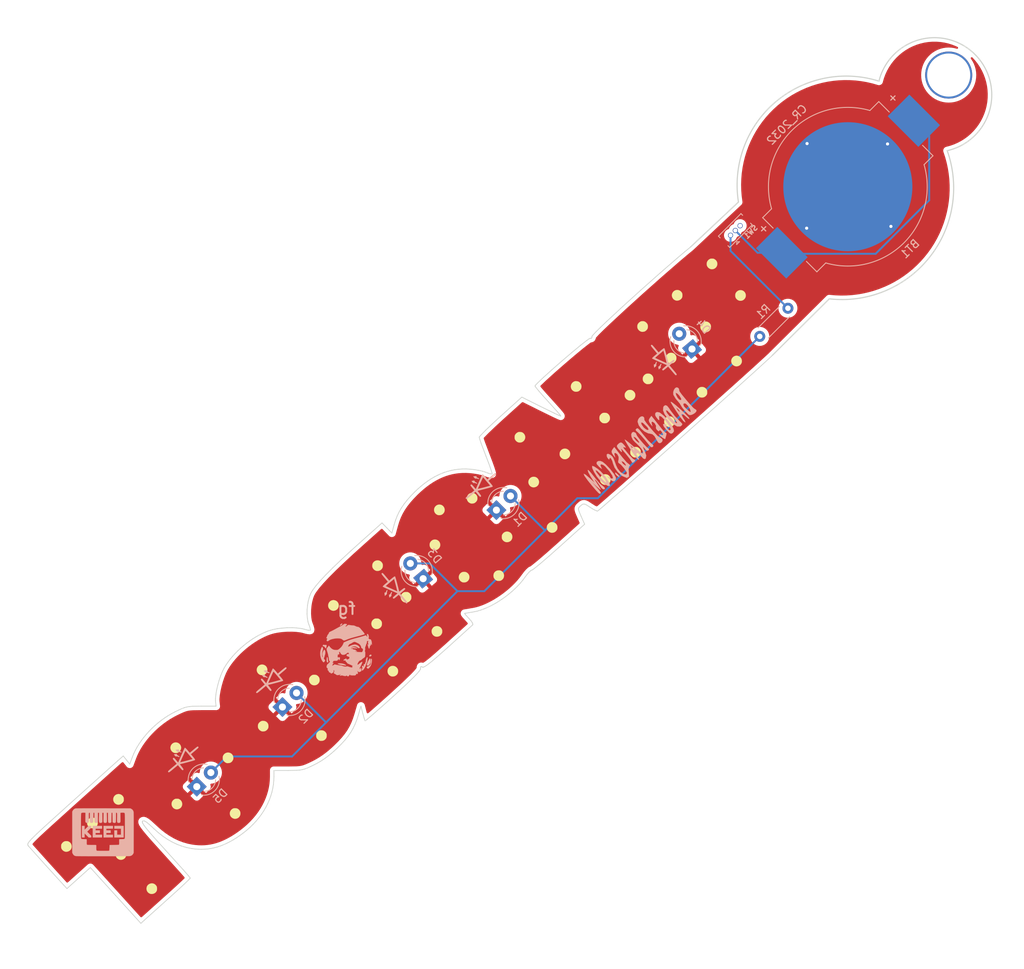
<source format=kicad_pcb>
(kicad_pcb (version 20211014) (generator pcbnew)
  (title_block (title "Toor Camp - Learn to Solder ToorCampSign") (date "2022-06-28") (rev "1.0") (company "BadgePirates"))
  (layers (0 "F.Cu" signal) (31 "B.Cu" signal) (34 "B.Paste" user) (35 "F.Paste" user) (36 "B.SilkS" user "B.Silkscreen") (37 "F.SilkS" user "F.Silkscreen") (38 "B.Mask" user) (39 "F.Mask" user) (44 "Edge.Cuts" user))
  (net 0 "")
  (net 1 "Net-(BT1-Pad1)")
  (net 2 "GND")
  (net 3 "VCC")
  (net 4 "Net-(R1-Pad1)")
  (footprint "BadgePiratesLogo:BadgePiratesURL_B.SLK" (layer "F.Cu") (at 164.35378 115.681341 40)
    (fp_text reference "G***" hide)
    (fp_text value "LOGO" hide)
  )
  (footprint "BadgePiratesLogo:LED_Schematic_B.SLK" (layer "F.Cu") (at 166.703801 104.795186 130)
    (fp_text reference "G***" hide)
    (fp_text value "LOGO" hide)
  )
  (footprint "BadgePirates:Hole_5.5mm" (layer "F.Cu") (at 203.2762 68.2752)
    (fp_text reference "REF**" hide)
    (fp_text value "5.5mm")
  )
  (footprint "LOGO" (layer "F.Cu") (at 132.38595 131.367475)
    (fp_text reference "G***" hide)
    (fp_text value "LOGO" hide)
  )
  (footprint "BadgePiratesLogo:FG_B.SILK" (layer "F.Cu") (at 126.492 141.4018)
    (fp_text reference "G***" hide)
    (fp_text value "fg")
  )
  (footprint "BadgePiratesLogo:LED_Schematic_B.SLK" (layer "F.Cu") (at 116.743615 145.215401 40)
    (fp_text reference "G***" hide)
    (fp_text value "LOGO" hide)
  )
  (footprint "BadgePiratesLogo:BPSkull_Distressed_F.CU" (layer "F.Cu") (at 190.373 82.4992 -40)
    (fp_text reference "G***" hide)
    (fp_text value "BP LOGO" hide)
  )
  (footprint "BadgePiratesLogo:NG_B.SLK" (layer "F.Cu") (at 95.3516 164.6428)
    (fp_text reference "G***" hide)
    (fp_text value "NG_BSilk" hide)
  )
  (footprint "LOGO" (layer "F.Cu") (at 132.38595 131.367475)
    (fp_text reference "G***" hide)
    (fp_text value "LOGO" hide)
  )
  (footprint "LOGO" (layer "F.Cu") (at 132.38595 131.367475)
    (fp_text reference "G***" hide)
    (fp_text value "LOGO" hide)
  )
  (footprint "LOGO" (layer "F.Cu") (at 132.38595 131.367475)
    (fp_text reference "G***" hide)
    (fp_text value "LOGO" hide)
  )
  (footprint "BadgePiratesLogo:LED_Schematic_B.SLK" (layer "F.Cu") (at 132.363001 133.903586 130)
    (fp_text reference "G***" hide)
    (fp_text value "LOGO" hide)
  )
  (footprint "BadgePiratesLogo:LED_Schematic_B.SLK" (layer "F.Cu") (at 105.516815 155.324601 40)
    (fp_text reference "G***" hide)
    (fp_text value "LOGO" hide)
  )
  (footprint "LOGO" (layer "F.Cu") (at 132.38595 131.367475)
    (fp_text reference "G***" hide)
    (fp_text value "LOGO" hide)
  )
  (footprint "BadgePiratesLogo:LED_Schematic_B.SLK" (layer "F.Cu") (at 143.464415 120.450401 40)
    (fp_text reference "G***" hide)
    (fp_text value "LOGO" hide)
  )
  (footprint "LOGO" (layer "F.Cu") (at 132.38595 131.367475)
    (fp_text reference "G***" hide)
    (fp_text value "LOGO" hide)
  )
  (footprint "BadgePirates:BatteryHolder_MPD_BC2003_1x2032_Fixed" (layer "B.Cu") (at 190.41625 82.517575 45)
    (fp_text reference "BT1")
    (fp_text value "Battery_Cell")
  )
  (footprint "Resistor_THT:R_Axial_DIN0204_L3.6mm_D1.6mm_P5.08mm_Horizontal" (layer "B.Cu") (at 182.7784 98.0186 -135)
    (fp_text reference "R1")
    (fp_text value "R_US")
  )
  (footprint "LED_THT:LED_D3.0mm" (layer "B.Cu") (at 118.33105 148.887775 45)
    (fp_text reference "D2")
    (fp_text value "LED")
  )
  (footprint "LED_THT:LED_D3.0mm" (layer "B.Cu") (at 107.40905 159.047775 45)
    (fp_text reference "D5")
    (fp_text value "LED")
  )
  (footprint "LED_THT:LED_D3.0mm" (layer "B.Cu") (at 170.55345 103.218575 130)
    (fp_text reference "D4")
    (fp_text value "LED")
  )
  (footprint "LED_THT:LED_D3.0mm" (layer "B.Cu") (at 145.61065 123.767175 45)
    (fp_text reference "D1")
    (fp_text value "LED")
  )
  (footprint "LED_THT:LED_D3.0mm" (layer "B.Cu") (at 136.270204 132.516282 130)
    (fp_text reference "D3")
    (fp_text value "LED")
  )
  (footprint "BadgePirates:SW_Slide_1P2T_CK_TH" (layer "B.Cu") (at 175.35405 88.892975 45)
    (fp_text reference "SW1")
    (fp_text value "SW_SPDT")
  )
  (gr_line (start 85.85952 166.438275) (end 85.87201 166.347275) (layer "Edge.Cuts") (width 0.1))
  (gr_line (start 101.36515 164.840275) (end 101.89895 165.454675) (layer "Edge.Cuts") (width 0.1))
  (gr_line (start 106.50275 148.824175) (end 106.89725 148.793975) (layer "Edge.Cuts") (width 0.1))
  (gr_line (start 168.68515 114.937675) (end 161.67425 121.153075) (layer "Edge.Cuts") (width 0.1))
  (gr_line (start 115.94645 162.136775) (end 115.65025 162.583275) (layer "Edge.Cuts") (width 0.1))
  (gr_line (start 98.86355 156.165775) (end 99.19705 155.268275) (layer "Edge.Cuts") (width 0.1))
  (gr_line (start 149.52615 131.967675) (end 149.27745 132.300375) (layer "Edge.Cuts") (width 0.1))
  (gr_line (start 144.96885 119.163975) (end 145.02675 119.165675) (layer "Edge.Cuts") (width 0.1))
  (gr_line (start 116.45135 161.213575) (end 116.21365 161.679975) (layer "Edge.Cuts") (width 0.1))
  (gr_line (start 97.06085 172.925075) (end 97.06085 172.925075) (layer "Edge.Cuts") (width 0.1))
  (gr_line (start 101.34045 163.853175) (end 101.10845 163.660075) (layer "Edge.Cuts") (width 0.1))
  (gr_line (start 151.56795 109.208775) (end 151.02915 108.588275) (layer "Edge.Cuts") (width 0.1))
  (gr_line (start 180.79605 104.026375) (end 180.69085 104.136875) (layer "Edge.Cuts") (width 0.1))
  (gr_line (start 109.93995 146.729475) (end 110.07915 146.119575) (layer "Edge.Cuts") (width 0.1))
  (gr_line (start 143.47595 114.384075) (end 143.63475 114.199275) (layer "Edge.Cuts") (width 0.1))
  (gr_line (start 153.81485 111.778375) (end 153.80345 111.740775) (layer "Edge.Cuts") (width 0.1))
  (gr_line (start 145.02675 119.165675) (end 145.05835 119.154775) (layer "Edge.Cuts") (width 0.1))
  (gr_line (start 121.90515 156.487375) (end 121.51735 156.662175) (layer "Edge.Cuts") (width 0.1))
  (gr_line (start 109.86805 148.778775) (end 109.80405 148.219575) (layer "Edge.Cuts") (width 0.1))
  (gr_line (start 99.37045 154.843175) (end 99.57355 154.418775) (layer "Edge.Cuts") (width 0.1))
  (gr_line (start 150.83535 107.578475) (end 151.60605 106.842475) (layer "Edge.Cuts") (width 0.1))
  (gr_line (start 122.75175 156.063875) (end 122.37705 156.258175) (layer "Edge.Cuts") (width 0.1))
  (gr_line (start 121.80255 139.105875) (end 121.88595 139.088775) (layer "Edge.Cuts") (width 0.1))
  (gr_line (start 135.89005 144.134175) (end 135.73265 144.356175) (layer "Edge.Cuts") (width 0.1))
  (gr_line (start 144.28185 116.884975) (end 143.67355 115.276675) (layer "Edge.Cuts") (width 0.1))
  (gr_line (start 101.69535 151.608175) (end 102.07905 151.249975) (layer "Edge.Cuts") (width 0.1))
  (gr_line (start 86.16832 165.909675) (end 86.37794 165.683675) (layer "Edge.Cuts") (width 0.1))
  (gr_line (start 100.65215 152.761375) (end 100.98025 152.365575) (layer "Edge.Cuts") (width 0.1))
  (gr_line (start 111.97355 142.423475) (end 112.29615 142.068075) (layer "Edge.Cuts") (width 0.1))
  (gr_line (start 170.36555 90.205655) (end 176.47165 84.473375) (layer "Edge.Cuts") (width 0.15))
  (gr_line (start 109.79485 147.809275) (end 109.84265 147.302675) (layer "Edge.Cuts") (width 0.1))
  (gr_line (start 137.02295 143.347375) (end 136.68845 143.594075) (layer "Edge.Cuts") (width 0.1))
  (gr_line (start 128.95725 150.595175) (end 128.87255 150.646675) (layer "Edge.Cuts") (width 0.1))
  (gr_line (start 141.74085 118.519175) (end 142.21725 118.541975) (layer "Edge.Cuts") (width 0.1))
  (gr_line (start 116.98225 159.767275) (end 116.83615 160.256375) (layer "Edge.Cuts") (width 0.1))
  (gr_line (start 139.89625 118.696975) (end 140.34895 118.611975) (layer "Edge.Cuts") (width 0.1))
  (gr_line (start 156.17255 123.996475) (end 156.41425 124.564275) (layer "Edge.Cuts") (width 0.1))
  (gr_line (start 110.67205 144.367475) (end 110.90275 143.908575) (layer "Edge.Cuts") (width 0.1))
  (gr_line (start 144.50905 136.168275) (end 144.06205 136.359175) (layer "Edge.Cuts") (width 0.1))
  (gr_line (start 99.19705 155.268275) (end 99.37045 154.843175) (layer "Edge.Cuts") (width 0.1))
  (gr_line (start 161.69395 97.818975) (end 164.04275 95.690175) (layer "Edge.Cuts") (width 0.1))
  (gr_line (start 150.53795 107.932875) (end 150.61795 107.811675) (layer "Edge.Cuts") (width 0.1))
  (gr_line (start 121.92925 134.425975) (end 122.03975 134.215275) (layer "Edge.Cuts") (width 0.1))
  (gr_line (start 151.22625 130.580675) (end 150.45145 131.211775) (layer "Edge.Cuts") (width 0.1))
  (gr_arc (start 176.47165 84.473375) (mid 181.128894 71.770033) (end 194.383027 69.051067) (layer "Edge.Cuts") (width 0.15))
  (gr_line (start 127.32985 151.627175) (end 127.03385 152.134175) (layer "Edge.Cuts") (width 0.1))
  (gr_line (start 107.20245 166.999175) (end 106.78125 166.944875) (layer "Edge.Cuts") (width 0.1))
  (gr_line (start 111.23655 166.270875) (end 110.83565 166.451375) (layer "Edge.Cuts") (width 0.1))
  (gr_line (start 156.19655 123.359575) (end 156.12455 123.450175) (layer "Edge.Cuts") (width 0.1))
  (gr_line (start 150.45145 131.211775) (end 150.21695 131.383575) (layer "Edge.Cuts") (width 0.1))
  (gr_line (start 153.59815 128.506175) (end 152.31335 129.646775) (layer "Edge.Cuts") (width 0.1))
  (gr_line (start 114.13975 140.468575) (end 114.54075 140.195775) (layer "Edge.Cuts") (width 0.1))
  (gr_line (start 108.83885 166.990075) (end 108.43545 167.026775) (layer "Edge.Cuts") (width 0.1))
  (gr_line (start 157.90555 101.455375) (end 158.28735 101.044275) (layer "Edge.Cuts") (width 0.1))
  (gr_arc (start 203.09085 77.920175) (mid 200.815621 91.540961) (end 188.05405 96.817775) (layer "Edge.Cuts") (width 0.15))
  (gr_line (start 103.92485 173.205475) (end 100.77105 176.036175) (layer "Edge.Cuts") (width 0.1))
  (gr_line (start 114.18585 164.246675) (end 113.75245 164.627175) (layer "Edge.Cuts") (width 0.1))
  (gr_line (start 142.56945 138.423475) (end 139.40085 141.294175) (layer "Edge.Cuts") (width 0.1))
  (gr_line (start 100.98025 152.365575) (end 101.32845 151.980575) (layer "Edge.Cuts") (width 0.1))
  (gr_line (start 125.81975 153.632475) (end 125.27785 154.168575) (layer "Edge.Cuts") (width 0.1))
  (gr_line (start 101.10845 163.660075) (end 100.92055 163.523275) (layer "Edge.Cuts") (width 0.1))
  (gr_line (start 121.51735 156.662175) (end 121.18005 156.789975) (layer "Edge.Cuts") (width 0.1))
  (gr_line (start 124.19105 155.113375) (end 123.83515 155.380575) (layer "Edge.Cuts") (width 0.1))
  (gr_line (start 153.02025 111.422675) (end 153.57825 111.682875) (layer "Edge.Cuts") (width 0.1))
  (gr_line (start 109.23985 166.929975) (end 108.83885 166.990075) (layer "Edge.Cuts") (width 0.1))
  (gr_line (start 156.85985 125.568875) (end 153.59815 128.506175) (layer "Edge.Cuts") (width 0.1))
  (gr_line (start 103.41835 167.139175) (end 105.64705 169.608775) (layer "Edge.Cuts") (width 0.1))
  (gr_line (start 123.16565 132.764475) (end 123.89295 131.989475) (layer "Edge.Cuts") (width 0.1))
  (gr_line (start 117.09685 159.272575) (end 116.98225 159.767275) (layer "Edge.Cuts") (width 0.1))
  (gr_line (start 147.57515 134.163075) (end 147.16645 134.505775) (layer "Edge.Cuts") (width 0.1))
  (gr_line (start 117.22925 158.269675) (end 117.17935 158.772975) (layer "Edge.Cuts") (width 0.1))
  (gr_line (start 122.18775 133.978675) (end 122.59855 133.426275) (layer "Edge.Cuts") (width 0.1))
  (gr_line (start 87.00767 165.065275) (end 87.9672 164.174275) (layer "Edge.Cuts") (width 0.1))
  (gr_line (start 143.63475 114.199275) (end 144.21795 113.602475) (layer "Edge.Cuts") (width 0.1))
  (gr_line (start 111.39025 143.156675) (end 111.67095 142.786875) (layer "Edge.Cuts") (width 0.1))
  (gr_line (start 158.50275 123.894375) (end 158.36095 123.857575) (layer "Edge.Cuts") (width 0.1))
  (gr_line (start 134.23455 122.486575) (end 134.68115 121.980075) (layer "Edge.Cuts") (width 0.1))
  (gr_line (start 93.84025 169.368175) (end 92.35032 170.707375) (layer "Edge.Cuts") (width 0.1))
  (gr_line (start 150.57015 108.002975) (end 150.53795 107.932875) (layer "Edge.Cuts") (width 0.1))
  (gr_line (start 132.44015 147.546875) (end 131.07525 148.770675) (layer "Edge.Cuts") (width 0.1))
  (gr_line (start 141.56705 136.955675) (end 141.58625 136.993875) (layer "Edge.Cuts") (width 0.1))
  (gr_line (start 150.04475 131.461075) (end 149.96635 131.511175) (layer "Edge.Cuts") (width 0.1))
  (gr_line (start 145.86245 135.434675) (end 145.41245 135.703875) (layer "Edge.Cuts") (width 0.1))
  (gr_line (start 100.69085 163.993975) (end 100.96635 164.358275) (layer "Edge.Cuts") (width 0.1))
  (gr_line (start 123.11795 155.853975) (end 122.75175 156.063875) (layer "Edge.Cuts") (width 0.1))
  (gr_line (start 180.69085 104.136875) (end 178.99885 105.691775) (layer "Edge.Cuts") (width 0.1))
  (gr_line (start 92.35032 170.707375) (end 90.86036 172.046475) (layer "Edge.Cuts") (width 0.1))
  (gr_line (start 136.68845 143.594075) (end 136.44125 143.747175) (layer "Edge.Cuts") (width 0.1))
  (gr_line (start 136.17575 143.798275) (end 136.06605 143.728575) (layer "Edge.Cuts") (width 0.1))
  (gr_line (start 157.80875 101.580375) (end 157.90555 101.455375) (layer "Edge.Cuts") (width 0.1))
  (gr_line (start 121.75705 134.873875) (end 121.83835 134.641575) (layer "Edge.Cuts") (width 0.1))
  (gr_line (start 143.36085 118.699875) (end 143.87285 118.816275) (layer "Edge.Cuts") (width 0.1))
  (gr_line (start 110.90275 143.908575) (end 111.13355 143.531075) (layer "Edge.Cuts") (width 0.1))
  (gr_line (start 136.01645 120.703875) (end 136.43395 120.368975) (layer "Edge.Cuts") (width 0.1))
  (gr_line (start 158.28735 101.044275) (end 158.89155 100.444275) (layer "Edge.Cuts") (width 0.1))
  (gr_line (start 118.92105 138.775675) (end 119.54915 138.768875) (layer "Edge.Cuts") (width 0.1))
  (gr_line (start 156.12455 123.450175) (end 156.08505 123.545975) (layer "Edge.Cuts") (width 0.1))
  (gr_line (start 164.04275 95.690175) (end 166.45455 93.546875) (layer "Edge.Cuts") (width 0.1))
  (gr_line (start 124.54845 154.823575) (end 124.19105 155.113375) (layer "Edge.Cuts") (width 0.1))
  (gr_line (start 156.08505 123.545975) (end 156.07915 123.660175) (layer "Edge.Cuts") (width 0.1))
  (gr_line (start 110.03785 166.738875) (end 109.63925 166.846375) (layer "Edge.Cuts") (width 0.1))
  (gr_line (start 142.59815 138.372975) (end 142.56945 138.423475) (layer "Edge.Cuts") (width 0.1))
  (gr_line (start 85.91975 166.584175) (end 85.87789 166.514775) (layer "Edge.Cuts") (width 0.1))
  (gr_line (start 142.77855 136.739575) (end 141.57335 136.942375) (layer "Edge.Cuts") (width 0.1))
  (gr_line (start 143.48845 114.736875) (end 143.42055 114.478575) (layer "Edge.Cuts") (width 0.1))
  (gr_line (start 142.21725 118.541975) (end 142.78665 118.604075) (layer "Edge.Cuts") (width 0.1))
  (gr_line (start 153.80345 111.740775) (end 153.72575 111.633075) (layer "Edge.Cuts") (width 0.1))
  (gr_line (start 121.47075 137.014475) (end 121.47955 136.469375) (layer "Edge.Cuts") (width 0.1))
  (gr_line (start 116.83615 160.256375) (end 116.65895 160.738775) (layer "Edge.Cuts") (width 0.1))
  (gr_line (start 112.99335 141.387775) (end 113.36405 141.066275) (layer "Edge.Cuts") (width 0.1))
  (gr_line (start 134.68115 121.980075) (end 135.18815 121.458975) (layer "Edge.Cuts") (width 0.1))
  (gr_line (start 121.80515 138.637075) (end 121.71135 138.392975) (layer "Edge.Cuts") (width 0.1))
  (gr_line (start 102.47815 150.907775) (end 102.89105 150.583175) (layer "Edge.Cuts") (width 0.1))
  (gr_line (start 176.15195 108.261275) (end 168.68515 114.937675) (layer "Edge.Cuts") (width 0.1))
  (gr_line (start 151.02915 108.588275) (end 150.66735 108.141075) (layer "Edge.Cuts") (width 0.1))
  (gr_line (start 156.68315 122.998375) (end 156.56885 123.045975) (layer "Edge.Cuts") (width 0.1))
  (gr_line (start 101.96085 164.424675) (end 101.34045 163.853175) (layer "Edge.Cuts") (width 0.1))
  (gr_line (start 105.50365 149.093275) (end 105.84035 148.966375) (layer "Edge.Cuts") (width 0.1))
  (gr_line (start 100.92055 163.523275) (end 100.77065 163.438875) (layer "Edge.Cuts") (width 0.1))
  (gr_line (start 121.58545 137.997475) (end 121.50565 137.530875) (layer "Edge.Cuts") (width 0.1))
  (gr_line (start 178.99885 105.691775) (end 176.15195 108.261275) (layer "Edge.Cuts") (width 0.1))
  (gr_line (start 123.89295 131.989475) (end 124.78445 131.096975) (layer "Edge.Cuts") (width 0.1))
  (gr_line (start 108.43545 167.026775) (end 108.02875 167.040375) (layer "Edge.Cuts") (width 0.1))
  (gr_line (start 156.41425 124.564275) (end 156.85985 125.568875) (layer "Edge.Cuts") (width 0.1))
  (gr_line (start 98.44945 155.647975) (end 98.86355 156.165775) (layer "Edge.Cuts") (width 0.1))
  (gr_line (start 125.84405 130.083075) (end 127.07575 128.943675) (layer "Edge.Cuts") (width 0.1))
  (gr_line (start 106.78125 166.944875) (end 106.13995 166.817975) (layer "Edge.Cuts") (width 0.1))
  (gr_line (start 121.88595 139.088775) (end 121.89825 139.007875) (layer "Edge.Cuts") (width 0.1))
  (gr_line (start 115.32555 163.018475) (end 114.97295 163.441375) (layer "Edge.Cuts") (width 0.1))
  (gr_line (start 141.58625 136.993875) (end 141.69215 137.134075) (layer "Edge.Cuts") (width 0.1))
  (gr_line (start 99.80485 153.996675) (end 100.06285 153.578575) (layer "Edge.Cuts") (width 0.1))
  (gr_line (start 108.02875 167.040375) (end 107.61795 167.031075) (layer "Edge.Cuts") (width 0.1))
  (gr_line (start 104.88745 166.401275) (end 104.27755 166.112175) (layer "Edge.Cuts") (width 0.1))
  (gr_line (start 103.67925 165.769575) (end 103.09335 165.373975) (layer "Edge.Cuts") (width 0.1))
  (gr_line (start 157.58945 123.428375) (end 157.10625 123.115675) (layer "Edge.Cuts") (width 0.1))
  (gr_line (start 149.27745 132.300375) (end 148.99315 132.685475) (layer "Edge.Cuts") (width 0.1))
  (gr_line (start 104.64745 149.495475) (end 105.11755 149.267175) (layer "Edge.Cuts") (width 0.1))
  (gr_line (start 134.00065 146.113275) (end 132.44015 147.546875) (layer "Edge.Cuts") (width 0.1))
  (gr_line (start 157.78045 101.646475) (end 157.80875 101.580375) (layer "Edge.Cuts") (width 0.1))
  (gr_line (start 118.28765 138.818875) (end 118.92105 138.775675) (layer "Edge.Cuts") (width 0.1))
  (gr_line (start 123.83515 155.380575) (end 123.47825 155.626875) (layer "Edge.Cuts") (width 0.1))
  (gr_line (start 142.11215 137.595175) (end 142.36755 137.882075) (layer "Edge.Cuts") (width 0.1))
  (gr_line (start 112.87215 165.298575) (end 112.45685 165.579675) (layer "Edge.Cuts") (width 0.1))
  (gr_line (start 132.28205 126.696375) (end 132.58235 125.602675) (layer "Edge.Cuts") (width 0.1))
  (gr_line (start 106.52695 170.776075) (end 106.37285 170.937475) (layer "Edge.Cuts") (width 0.1))
  (gr_line (start 137.98725 142.546875) (end 137.45305 143.000475) (layer "Edge.Cuts") (width 0.1))
  (gr_line (start 158.36095 123.857575) (end 158.14145 123.757475) (layer "Edge.Cuts") (width 0.1))
  (gr_line (start 116.59875 139.157375) (end 117.10225 139.010675) (layer "Edge.Cuts") (width 0.1))
  (gr_line (start 97.06085 172.925075) (end 93.84025 169.368175) (layer "Edge.Cuts") (width 0.1))
  (gr_line (start 135.97025 143.768575) (end 135.95415 143.822475) (layer "Edge.Cuts") (width 0.1))
  (gr_line (start 110.43635 166.607275) (end 110.03785 166.738875) (layer "Edge.Cuts") (width 0.1))
  (gr_line (start 121.53105 135.916775) (end 121.62395 135.377875) (layer "Edge.Cuts") (width 0.1))
  (gr_line (start 157.74325 101.828275) (end 157.78315 101.753475) (layer "Edge.Cuts") (width 0.1))
  (gr_line (start 156.29975 123.261075) (end 156.19655 123.359575) (layer "Edge.Cuts") (width 0.1))
  (gr_line (start 86.01904 166.090575) (end 86.16832 165.909675) (layer "Edge.Cuts") (width 0.1))
  (gr_line (start 156.93835 123.031475) (end 156.80185 122.992875) (layer "Edge.Cuts") (width 0.1))
  (gr_line (start 145.41245 135.703875) (end 144.96025 135.949175) (layer "Edge.Cuts") (width 0.1))
  (gr_line (start 135.46735 144.662675) (end 135.09175 145.056075) (layer "Edge.Cuts") (width 0.1))
  (gr_line (start 111.13355 143.531075) (end 111.39025 143.156675) (layer "Edge.Cuts") (width 0.1))
  (gr_line (start 85.92272 166.233875) (end 86.01904 166.090575) (layer "Edge.Cuts") (width 0.1))
  (gr_line (start 102.52035 164.925575) (end 101.96085 164.424675) (layer "Edge.Cuts") (width 0.1))
  (gr_line (start 106.16195 148.879175) (end 106.50275 148.824175) (layer "Edge.Cuts") (width 0.1))
  (gr_line (start 132.75695 125.039975) (end 132.96615 124.503675) (layer "Edge.Cuts") (width 0.1))
  (gr_line (start 85.87201 166.347275) (end 85.92272 166.233875) (layer "Edge.Cuts") (width 0.1))
  (gr_line (start 120.69275 138.868375) (end 120.93745 138.917575) (layer "Edge.Cuts") (width 0.1))
  (gr_line (start 90.86036 172.046475) (end 90.43906 171.596575) (layer "Edge.Cuts") (width 0.1))
  (gr_line (start 141.27095 118.523275) (end 141.74085 118.519175) (layer "Edge.Cuts") (width 0.1))
  (gr_line (start 156.07915 123.660175) (end 156.10795 123.805975) (layer "Edge.Cuts") (width 0.1))
  (gr_line (start 104.95845 172.270275) (end 103.92485 173.205475) (layer "Edge.Cuts") (width 0.1))
  (gr_line (start 132.58235 125.602675) (end 132.75695 125.039975) (layer "Edge.Cuts") (width 0.1))
  (gr_arc (start 194.383027 69.051067) (mid 206.676051 65.690882) (end 203.09085 77.920175) (layer "Edge.Cuts") (width 0.15))
  (gr_line (start 157.55515 101.863175) (end 157.66565 101.866375) (layer "Edge.Cuts") (width 0.1))
  (gr_line (start 114.94795 139.942475) (end 115.35935 139.710275) (layer "Edge.Cuts") (width 0.1))
  (gr_line (start 110.83565 166.451375) (end 110.43635 166.607275) (layer "Edge.Cuts") (width 0.1))
  (gr_line (start 149.76485 131.695275) (end 149.52615 131.967675) (layer "Edge.Cuts") (width 0.1))
  (gr_line (start 124.90985 154.509175) (end 124.54845 154.823575) (layer "Edge.Cuts") (width 0.1))
  (gr_line (start 106.32715 170.386675) (end 106.57955 170.704075) (layer "Edge.Cuts") (width 0.1))
  (gr_line (start 87.9672 164.174275) (end 91.11146 161.330075) (layer "Edge.Cuts") (width 0.1))
  (gr_line (start 133.21415 123.987075) (end 133.50535 123.483275) (layer "Edge.Cuts") (width 0.1))
  (gr_line (start 121.63785 139.090475) (end 121.80255 139.105875) (layer "Edge.Cuts") (width 0.1))
  (gr_line (start 156.44555 123.134175) (end 156.29975 123.261075) (layer "Edge.Cuts") (width 0.1))
  (gr_line (start 113.29305 164.991675) (end 112.87215 165.298575) (layer "Edge.Cuts") (width 0.1))
  (gr_line (start 150.66735 108.141075) (end 150.57015 108.002975) (layer "Edge.Cuts") (width 0.1))
  (gr_line (start 138.13395 119.310875) (end 138.56785 119.116075) (layer "Edge.Cuts") (width 0.1))
  (gr_line (start 149.96635 131.511175) (end 149.76485 131.695275) (layer "Edge.Cuts") (width 0.1))
  (gr_line (start 156.10795 123.805975) (end 156.17255 123.996475) (layer "Edge.Cuts") (width 0.1))
  (gr_line (start 153.72575 111.633075) (end 153.39695 111.237375) (layer "Edge.Cuts") (width 0.1))
  (gr_line (start 121.41555 139.046175) (end 121.63785 139.090475) (layer "Edge.Cuts") (width 0.1))
  (gr_line (start 121.62395 135.377875) (end 121.75705 134.873875) (layer "Edge.Cuts") (width 0.1))
  (gr_line (start 152.31335 129.646775) (end 151.22625 130.580675) (layer "Edge.Cuts") (width 0.1))
  (gr_line (start 143.87285 118.816275) (end 144.25575 118.940275) (layer "Edge.Cuts") (width 0.1))
  (gr_line (start 133.50535 123.483275) (end 133.84405 122.985375) (layer "Edge.Cuts") (width 0.1))
  (gr_line (start 144.54115 119.049675) (end 144.78765 119.126575) (layer "Edge.Cuts") (width 0.1))
  (gr_line (start 121.71135 138.392975) (end 121.64255 138.205375) (layer "Edge.Cuts") (width 0.1))
  (gr_line (start 114.54075 140.195775) (end 114.94795 139.942475) (layer "Edge.Cuts") (width 0.1))
  (gr_line (start 127.58555 151.094275) (end 127.32985 151.627175) (layer "Edge.Cuts") (width 0.1))
  (gr_line (start 106.57955 170.704075) (end 106.52695 170.776075) (layer "Edge.Cuts") (width 0.1))
  (gr_line (start 115.65025 162.583275) (end 115.32555 163.018475) (layer "Edge.Cuts") (width 0.1))
  (gr_line (start 136.44125 143.747175) (end 136.27315 143.813075) (layer "Edge.Cuts") (width 0.1))
  (gr_line (start 159.39705 123.146275) (end 158.75055 123.699475) (layer "Edge.Cuts") (width 0.1))
  (gr_line (start 127.03385 152.134175) (end 126.68925 152.628575) (layer "Edge.Cuts") (width 0.1))
  (gr_line (start 152.22825 109.936675) (end 151.56795 109.208775) (layer "Edge.Cuts") (width 0.1))
  (gr_line (start 141.57335 136.942375) (end 141.56705 136.955675) (layer "Edge.Cuts") (width 0.1))
  (gr_line (start 135.95415 143.822475) (end 135.94205 143.994375) (layer "Edge.Cuts") (width 0.1))
  (gr_line (start 135.92905 144.054175) (end 135.89005 144.134175) (layer "Edge.Cuts") (width 0.1))
  (gr_line (start 136.02555 143.722175) (end 135.99385 143.735275) (layer "Edge.Cuts") (width 0.1))
  (gr_line (start 128.87255 150.646675) (end 128.82855 150.550075) (layer "Edge.Cuts") (width 0.1))
  (gr_line (start 135.18815 121.458975) (end 135.60125 121.067175) (layer "Edge.Cuts") (width 0.1))
  (gr_line (start 112.04635 165.835375) (end 111.63985 166.065675) (layer "Edge.Cuts") (width 0.1))
  (gr_line (start 109.79185 148.028275) (end 109.79485 147.809275) (layer "Edge.Cuts") (width 0.1))
  (gr_line (start 157.66565 101.866375) (end 157.74325 101.828275) (layer "Edge.Cuts") (width 0.1))
  (gr_line (start 128.75725 150.335675) (end 128.57245 149.679975) (layer "Edge.Cuts") (width 0.1))
  (gr_line (start 110.07915 146.119575) (end 110.25265 145.502775) (layer "Edge.Cuts") (width 0.1))
  (gr_line (start 142.57885 138.221075) (end 142.60105 138.305175) (layer "Edge.Cuts") (width 0.1))
  (gr_line (start 98.03535 155.130175) (end 98.44945 155.647975) (layer "Edge.Cuts") (width 0.1))
  (gr_line (start 101.32845 151.980575) (end 101.69535 151.608175) (layer "Edge.Cuts") (width 0.1))
  (gr_line (start 122.59855 133.426275) (end 123.16565 132.764475) (layer "Edge.Cuts") (width 0.1))
  (gr_line (start 100.52705 163.732575) (end 100.69085 163.993975) (layer "Edge.Cuts") (width 0.1))
  (gr_line (start 114.97295 163.441375) (end 114.59295 163.851075) (layer "Edge.Cuts") (width 0.1))
  (gr_line (start 137.27735 119.783875) (end 137.70385 119.533375) (layer "Edge.Cuts") (width 0.1))
  (gr_line (start 142.36755 137.882075) (end 142.53215 138.121775) (layer "Edge.Cuts") (width 0.1))
  (gr_line (start 100.65245 163.402875) (end 100.56015 163.411375) (layer "Edge.Cuts") (width 0.1))
  (gr_line (start 117.17935 158.772975) (end 117.09685 159.272575) (layer "Edge.Cuts") (width 0.1))
  (gr_line (start 125.27785 154.168575) (end 124.90985 154.509175) (layer "Edge.Cuts") (width 0.1))
  (gr_line (start 102.07905 151.249975) (end 102.47815 150.907775) (layer "Edge.Cuts") (width 0.1))
  (gr_line (start 144.96025 135.949175) (end 144.50905 136.168275) (layer "Edge.Cuts") (width 0.1))
  (gr_line (start 126.28735 153.123475) (end 125.81975 153.632475) (layer "Edge.Cuts") (width 0.1))
  (gr_line (start 100.96635 164.358275) (end 101.36515 164.840275) (layer "Edge.Cuts") (width 0.1))
  (gr_line (start 104.27755 166.112175) (end 103.67925 165.769575) (layer "Edge.Cuts") (width 0.1))
  (gr_line (start 116.21365 161.679975) (end 115.94645 162.136775) (layer "Edge.Cuts") (width 0.1))
  (gr_line (start 152.69625 105.857875) (end 153.95205 104.757775) (layer "Edge.Cuts") (width 0.1))
  (gr_line (start 113.74685 140.759375) (end 114.13975 140.468575) (layer "Edge.Cuts") (width 0.1))
  (gr_line (start 135.60125 121.067175) (end 136.01645 120.703875) (layer "Edge.Cuts") (width 0.1))
  (gr_line (start 144.60955 117.740175) (end 144.28185 116.884975) (layer "Edge.Cuts") (width 0.1))
  (gr_line (start 115.35935 139.710275) (end 115.77285 139.500975) (layer "Edge.Cuts") (width 0.1))
  (gr_line (start 135.99385 143.735275) (end 135.97025 143.768575) (layer "Edge.Cuts") (width 0.1))
  (gr_line (start 97.31095 155.763875) (end 98.03535 155.130175) (layer "Edge.Cuts") (width 0.1))
  (gr_line (start 129.94765 149.763075) (end 129.17435 150.422275) (layer "Edge.Cuts") (width 0.1))
  (gr_line (start 103.75145 149.993775) (end 104.19575 149.732375) (layer "Edge.Cuts") (width 0.1))
  (gr_line (start 133.84405 122.985375) (end 134.23455 122.486575) (layer "Edge.Cuts") (width 0.1))
  (gr_line (start 100.77065 163.438875) (end 100.65245 163.402875) (layer "Edge.Cuts") (width 0.1))
  (gr_line (start 113.36405 141.066275) (end 113.74685 140.759375) (layer "Edge.Cuts") (width 0.1))
  (gr_line (start 85.97773 166.654275) (end 85.91975 166.584175) (layer "Edge.Cuts") (width 0.1))
  (gr_line (start 144.25575 118.940275) (end 144.54115 119.049675) (layer "Edge.Cuts") (width 0.1))
  (gr_line (start 157.17505 102.094875) (end 157.43095 101.918675) (layer "Edge.Cuts") (width 0.1))
  (gr_line (start 157.51065 101.874775) (end 157.55515 101.863175) (layer "Edge.Cuts") (width 0.1))
  (gr_line (start 104.19575 149.732375) (end 104.64745 149.495475) (layer "Edge.Cuts") (width 0.1))
  (gr_line (start 111.67095 142.786875) (end 111.97355 142.423475) (layer "Edge.Cuts") (width 0.1))
  (gr_line (start 157.87435 123.609275) (end 157.58945 123.428375) (layer "Edge.Cuts") (width 0.1))
  (gr_line (start 100.77105 176.036175) (end 100.28135 176.481975) (layer "Edge.Cuts") (width 0.1))
  (gr_line (start 106.13995 166.817975) (end 105.50845 166.636575) (layer "Edge.Cuts") (width 0.1))
  (gr_line (start 158.14145 123.757475) (end 157.87435 123.609275) (layer "Edge.Cuts") (width 0.1))
  (gr_line (start 127.07575 128.943675) (end 128.48345 127.674675) (layer "Edge.Cuts") (width 0.1))
  (gr_line (start 147.96535 133.807475) (end 147.57515 134.163075) (layer "Edge.Cuts") (width 0.1))
  (gr_line (start 111.63985 166.065675) (end 111.23655 166.270875) (layer "Edge.Cuts") (width 0.1))
  (gr_line (start 114.59295 163.851075) (end 114.18585 164.246675) (layer "Edge.Cuts") (width 0.1))
  (gr_line (start 128.48345 127.674675) (end 131.02735 125.405875) (layer "Edge.Cuts") (width 0.1))
  (gr_line (start 128.01035 149.897175) (end 127.80955 150.521975) (layer "Edge.Cuts") (width 0.1))
  (gr_line (start 100.28135 176.481975) (end 97.06085 172.925075) (layer "Edge.Cuts") (width 0.1))
  (gr_line (start 112.29615 142.068075) (end 112.63675 141.722275) (layer "Edge.Cuts") (width 0.1))
  (gr_line (start 112.63675 141.722275) (end 112.99335 141.387775) (layer "Edge.Cuts") (width 0.1))
  (gr_line (start 135.94205 143.994375) (end 135.92905 144.054175) (layer "Edge.Cuts") (width 0.1))
  (gr_line (start 127.80955 150.521975) (end 127.58555 151.094275) (layer "Edge.Cuts") (width 0.1))
  (gr_line (start 159.68365 99.686075) (end 161.69395 97.818975) (layer "Edge.Cuts") (width 0.1))
  (gr_line (start 105.84035 148.966375) (end 106.16195 148.879175) (layer "Edge.Cuts") (width 0.1))
  (gr_line (start 157.78315 101.753475) (end 157.78045 101.646475) (layer "Edge.Cuts") (width 0.1))
  (gr_line (start 124.78445 131.096975) (end 125.84405 130.083075) (layer "Edge.Cuts") (width 0.1))
  (gr_line (start 146.74265 134.833475) (end 146.30695 135.143875) (layer "Edge.Cuts") (width 0.1))
  (gr_line (start 158.75055 123.699475) (end 158.50275 123.894375) (layer "Edge.Cuts") (width 0.1))
  (gr_line (start 140.80705 118.554075) (end 141.27095 118.523275) (layer "Edge.Cuts") (width 0.1))
  (gr_line (start 117.67325 138.897475) (end 118.28765 138.818875) (layer "Edge.Cuts") (width 0.1))
  (gr_line (start 122.37705 156.258175) (end 121.90515 156.487375) (layer "Edge.Cuts") (width 0.1))
  (gr_line (start 132.96615 124.503675) (end 133.21415 123.987075) (layer "Edge.Cuts") (width 0.1))
  (gr_line (start 109.80405 148.219575) (end 109.79185 148.028275) (layer "Edge.Cuts") (width 0.1))
  (gr_line (start 100.56015 163.411375) (end 100.48745 163.460275) (layer "Edge.Cuts") (width 0.1))
  (gr_line (start 91.11146 161.330075) (end 97.31095 155.763875) (layer "Edge.Cuts") (width 0.1))
  (gr_line (start 142.53215 138.121775) (end 142.57885 138.221075) (layer "Edge.Cuts") (width 0.1))
  (gr_line (start 110.25265 145.502775) (end 110.45275 144.908775) (layer "Edge.Cuts") (width 0.1))
  (gr_line (start 100.34575 153.166275) (end 100.65215 152.761375) (layer "Edge.Cuts") (width 0.1))
  (gr_line (start 145.02335 118.949575) (end 144.86525 118.453175) (layer "Edge.Cuts") (width 0.1))
  (gr_line (start 105.80355 171.486875) (end 104.95845 172.270275) (layer "Edge.Cuts") (width 0.1))
  (gr_line (start 156.80185 122.992875) (end 156.68315 122.998375) (layer "Edge.Cuts") (width 0.1))
  (gr_line (start 144.86525 118.453175) (end 144.60955 117.740175) (layer "Edge.Cuts") (width 0.1))
  (gr_line (start 139.44875 118.809275) (end 139.89625 118.696975) (layer "Edge.Cuts") (width 0.1))
  (gr_line (start 150.61795 107.811675) (end 150.83535 107.578475) (layer "Edge.Cuts") (width 0.1))
  (gr_line (start 138.56785 119.116075) (end 139.00605 118.948875) (layer "Edge.Cuts") (width 0.1))
  (gr_line (start 144.21795 113.602475) (end 145.08115 112.775775) (layer "Edge.Cuts") (width 0.1))
  (gr_line (start 119.54915 138.768875) (end 120.14785 138.799475) (layer "Edge.Cuts") (width 0.1))
  (gr_line (start 143.42055 114.478575) (end 143.47595 114.384075) (layer "Edge.Cuts") (width 0.1))
  (gr_line (start 117.24605 157.763375) (end 117.22925 158.269675) (layer "Edge.Cuts") (width 0.1))
  (gr_line (start 142.78665 118.604075) (end 143.36085 118.699875) (layer "Edge.Cuts") (width 0.1))
  (gr_line (start 117.24625 156.980375) (end 117.24605 157.763375) (layer "Edge.Cuts") (width 0.1))
  (gr_line (start 156.34525 102.743175) (end 157.17505 102.094875) (layer "Edge.Cuts") (width 0.1))
  (gr_line (start 121.86945 138.849675) (end 121.80515 138.637075) (layer "Edge.Cuts") (width 0.1))
  (gr_line (start 131.07525 148.770675) (end 129.94765 149.763075) (layer "Edge.Cuts") (width 0.1))
  (gr_line (start 109.63925 166.846375) (end 109.23985 166.929975) (layer "Edge.Cuts") (width 0.1))
  (gr_line (start 100.46315 163.559575) (end 100.48335 163.635975) (layer "Edge.Cuts") (width 0.1))
  (gr_line (start 131.02735 125.405875) (end 131.65475 126.051175) (layer "Edge.Cuts") (width 0.1))
  (gr_line (start 113.75245 164.627175) (end 113.29305 164.991675) (layer "Edge.Cuts") (width 0.1))
  (gr_line (start 115.77285 139.500975) (end 116.18675 139.316175) (layer "Edge.Cuts") (width 0.1))
  (gr_line (start 85.87789 166.514775) (end 85.85952 166.438275) (layer "Edge.Cuts") (width 0.1))
  (gr_line (start 153.39695 111.237375) (end 152.22825 109.936675) (layer "Edge.Cuts") (width 0.1))
  (gr_line (start 100.48335 163.635975) (end 100.52705 163.732575) (layer "Edge.Cuts") (width 0.1))
  (gr_line (start 153.57825 111.682875) (end 153.81485 111.778375) (layer "Edge.Cuts") (width 0.1))
  (gr_line (start 136.21615 143.815375) (end 136.17575 143.798275) (layer "Edge.Cuts") (width 0.1))
  (gr_line (start 136.85425 120.062375) (end 137.27735 119.783875) (layer "Edge.Cuts") (width 0.1))
  (gr_line (start 135.09175 145.056075) (end 134.00065 146.113275) (layer "Edge.Cuts") (width 0.1))
  (gr_line (start 105.11755 149.267175) (end 105.50365 149.093275) (layer "Edge.Cuts") (width 0.1))
  (gr_line (start 86.37794 165.683675) (end 87.00767 165.065275) (layer "Edge.Cuts") (width 0.1))
  (gr_line (start 135.73265 144.356175) (end 135.46735 144.662675) (layer "Edge.Cuts") (width 0.1))
  (gr_line (start 153.95205 104.757775) (end 155.21965 103.675175) (layer "Edge.Cuts") (width 0.1))
  (gr_line (start 120.13645 156.964575) (end 119.07905 156.980375) (layer "Edge.Cuts") (width 0.1))
  (gr_line (start 161.67425 121.153075) (end 159.39705 123.146275) (layer "Edge.Cuts") (width 0.1))
  (gr_line (start 116.65895 160.738775) (end 116.45135 161.213575) (layer "Edge.Cuts") (width 0.1))
  (gr_line (start 107.61795 167.031075) (end 107.20245 166.999175) (layer "Edge.Cuts") (width 0.1))
  (gr_line (start 121.83835 134.641575) (end 121.92925 134.425975) (layer "Edge.Cuts") (width 0.1))
  (gr_line (start 169.58805 90.845545) (end 170.36555 90.205655) (layer "Edge.Cuts") (width 0.1))
  (gr_line (start 103.31595 150.277975) (end 103.75145 149.993775) (layer "Edge.Cuts") (width 0.1))
  (gr_line (start 101.89895 165.454675) (end 103.41835 167.139175) (layer "Edge.Cuts") (width 0.1))
  (gr_line (start 146.30695 135.143875) (end 145.86245 135.434675) (layer "Edge.Cuts") (width 0.1))
  (gr_line (start 145.05785 119.093175) (end 145.02335 118.949575) (layer "Edge.Cuts") (width 0.1))
  (gr_line (start 120.85985 156.878075) (end 120.52315 156.933775) (layer "Edge.Cuts") (width 0.1))
  (gr_line (start 166.45455 93.546875) (end 168.65405 91.636275) (layer "Edge.Cuts") (width 0.1))
  (gr_line (start 121.18005 156.789975) (end 120.85985 156.878075) (layer "Edge.Cuts") (width 0.1))
  (gr_line (start 140.34895 118.611975) (end 140.80705 118.554075) (layer "Edge.Cuts") (width 0.1))
  (gr_line (start 106.89725 148.793975) (end 107.98495 148.778775) (layer "Edge.Cuts") (width 0.1))
  (gr_line (start 148.99315 132.685475) (end 148.67755 133.066375) (layer "Edge.Cuts") (width 0.1))
  (gr_line (start 107.98495 148.778775) (end 109.86805 148.778775) (layer "Edge.Cuts") (width 0.1))
  (gr_line (start 103.09335 165.373975) (end 102.52035 164.925575) (layer "Edge.Cuts") (width 0.1))
  (gr_line (start 145.08115 112.775775) (end 146.13515 111.806775) (layer "Edge.Cuts") (width 0.1))
  (gr_line (start 120.52315 156.933775) (end 120.13645 156.964575) (layer "Edge.Cuts") (width 0.1))
  (gr_line (start 145.05835 119.154775) (end 145.05785 119.093175) (layer "Edge.Cuts") (width 0.1))
  (gr_line (start 126.68925 152.628575) (end 126.28735 153.123475) (layer "Edge.Cuts") (width 0.1))
  (gr_line (start 122.03975 134.215275) (end 122.18775 133.978675) (layer "Edge.Cuts") (width 0.1))
  (gr_line (start 128.33805 148.778775) (end 128.01035 149.897175) (layer "Edge.Cuts") (width 0.1))
  (gr_line (start 136.27315 143.813075) (end 136.21615 143.815375) (layer "Edge.Cuts") (width 0.1))
  (gr_line (start 117.10225 139.010675) (end 117.67325 138.897475) (layer "Edge.Cuts") (width 0.1))
  (gr_line (start 90.43906 171.596575) (end 88.21072 169.142775) (layer "Edge.Cuts") (width 0.1))
  (gr_line (start 168.65405 91.636275) (end 169.58805 90.845545) (layer "Edge.Cuts") (width 0.1))
  (gr_line (start 97.06085 172.925075) (end 97.06085 172.925075) (layer "Edge.Cuts") (width 0.1))
  (gr_line (start 109.84265 147.302675) (end 109.93995 146.729475) (layer "Edge.Cuts") (width 0.1))
  (gr_line (start 151.60605 106.842475) (end 152.69625 105.857875) (layer "Edge.Cuts") (width 0.1))
  (gr_line (start 188.05405 96.817775) (end 180.79605 104.026375) (layer "Edge.Cuts") (width 0.15))
  (gr_line (start 99.57355 154.418775) (end 99.80485 153.996675) (layer "Edge.Cuts") (width 0.1))
  (gr_line (start 136.43395 120.368975) (end 136.85425 120.062375) (layer "Edge.Cuts") (width 0.1))
  (gr_line (start 144.06205 136.359175) (end 143.62245 136.519375) (layer "Edge.Cuts") (width 0.1))
  (gr_line (start 148.84975 109.356175) (end 151.27395 110.567275) (layer "Edge.Cuts") (width 0.1))
  (gr_line (start 150.10365 131.443575) (end 150.04475 131.461075) (layer "Edge.Cuts") (width 0.1))
  (gr_line (start 155.21965 103.675175) (end 156.34525 102.743175) (layer "Edge.Cuts") (width 0.1))
  (gr_line (start 147.16645 134.505775) (end 146.74265 134.833475) (layer "Edge.Cuts") (width 0.1))
  (gr_line (start 148.33385 133.441175) (end 147.96535 133.807475) (layer "Edge.Cuts") (width 0.1))
  (gr_line (start 121.15965 138.976675) (end 121.41555 139.046175) (layer "Edge.Cuts") (width 0.1))
  (gr_line (start 88.21072 169.142775) (end 85.97773 166.654275) (layer "Edge.Cuts") (width 0.1))
  (gr_line (start 128.57245 149.679975) (end 128.33805 148.778775) (layer "Edge.Cuts") (width 0.1))
  (gr_line (start 105.50845 166.636575) (end 104.88745 166.401275) (layer "Edge.Cuts") (width 0.1))
  (gr_line (start 129.17435 150.422275) (end 128.95725 150.595175) (layer "Edge.Cuts") (width 0.1))
  (gr_line (start 137.70385 119.533375) (end 138.13395 119.310875) (layer "Edge.Cuts") (width 0.1))
  (gr_line (start 106.37285 170.937475) (end 105.80355 171.486875) (layer "Edge.Cuts") (width 0.1))
  (gr_line (start 121.64255 138.205375) (end 121.58545 137.997475) (layer "Edge.Cuts") (width 0.1))
  (gr_line (start 128.82855 150.550075) (end 128.75725 150.335675) (layer "Edge.Cuts") (width 0.1))
  (gr_line (start 157.43095 101.918675) (end 157.51065 101.874775) (layer "Edge.Cuts") (width 0.1))
  (gr_line (start 120.93745 138.917575) (end 121.15965 138.976675) (layer "Edge.Cuts") (width 0.1))
  (gr_line (start 102.89105 150.583175) (end 103.31595 150.277975) (layer "Edge.Cuts") (width 0.1))
  (gr_line (start 116.18675 139.316175) (end 116.59875 139.157375) (layer "Edge.Cuts") (width 0.1))
  (gr_line (start 148.67755 133.066375) (end 148.33385 133.441175) (layer "Edge.Cuts") (width 0.1))
  (gr_line (start 105.64705 169.608775) (end 106.32715 170.386675) (layer "Edge.Cuts") (width 0.1))
  (gr_line (start 121.47955 136.469375) (end 121.53105 135.916775) (layer "Edge.Cuts") (width 0.1))
  (gr_line (start 119.07905 156.980375) (end 117.24625 156.980375) (layer "Edge.Cuts") (width 0.1))
  (gr_line (start 112.45685 165.579675) (end 112.04635 165.835375) (layer "Edge.Cuts") (width 0.1))
  (gr_line (start 100.48745 163.460275) (end 100.46495 163.501675) (layer "Edge.Cuts") (width 0.1))
  (gr_line (start 157.10625 123.115675) (end 156.93835 123.031475) (layer "Edge.Cuts") (width 0.1))
  (gr_line (start 121.50565 137.530875) (end 121.47075 137.014475) (layer "Edge.Cuts") (width 0.1))
  (gr_line (start 151.27395 110.567275) (end 153.02025 111.422675) (layer "Edge.Cuts") (width 0.1))
  (gr_line (start 131.65475 126.051175) (end 132.28205 126.696375) (layer "Edge.Cuts") (width 0.1))
  (gr_line (start 143.19355 136.646975) (end 142.77855 136.739575) (layer "Edge.Cuts") (width 0.1))
  (gr_line (start 120.14785 138.799475) (end 120.69275 138.868375) (layer "Edge.Cuts") (width 0.1))
  (gr_line (start 158.89155 100.444275) (end 159.68365 99.686075) (layer "Edge.Cuts") (width 0.1))
  (gr_line (start 146.13515 111.806775) (end 148.84975 109.356175) (layer "Edge.Cuts") (width 0.1))
  (gr_line (start 110.45275 144.908775) (end 110.67205 144.367475) (layer "Edge.Cuts") (width 0.1))
  (gr_line (start 143.62245 136.519375) (end 143.19355 136.646975) (layer "Edge.Cuts") (width 0.1))
  (gr_line (start 100.46495 163.501675) (end 100.46315 163.559575) (layer "Edge.Cuts") (width 0.1))
  (gr_line (start 142.60105 138.305175) (end 142.59815 138.372975) (layer "Edge.Cuts") (width 0.1))
  (gr_line (start 136.06605 143.728575) (end 136.02555 143.722175) (layer "Edge.Cuts") (width 0.1))
  (gr_line (start 121.89825 139.007875) (end 121.86945 138.849675) (layer "Edge.Cuts") (width 0.1))
  (gr_line (start 143.67355 115.276675) (end 143.48845 114.736875) (layer "Edge.Cuts") (width 0.1))
  (gr_line (start 137.45305 143.000475) (end 137.02295 143.347375) (layer "Edge.Cuts") (width 0.1))
  (gr_line (start 156.56885 123.045975) (end 156.44555 123.134175) (layer "Edge.Cuts") (width 0.1))
  (gr_line (start 100.06285 153.578575) (end 100.34575 153.166275) (layer "Edge.Cuts") (width 0.1))
  (gr_line (start 141.69215 137.134075) (end 142.11215 137.595175) (layer "Edge.Cuts") (width 0.1))
  (gr_line (start 139.40085 141.294175) (end 137.98725 142.546875) (layer "Edge.Cuts") (width 0.1))
  (gr_line (start 139.00605 118.948875) (end 139.44875 118.809275) (layer "Edge.Cuts") (width 0.1))
  (gr_line (start 144.78765 119.126575) (end 144.96885 119.163975) (layer "Edge.Cuts") (width 0.1))
  (gr_line (start 150.21695 131.383575) (end 150.10365 131.443575) (layer "Edge.Cuts") (width 0.1))
  (gr_line (start 123.47825 155.626875) (end 123.11795 155.853975) (layer "Edge.Cuts") (width 0.1))
  (segment (start 178.905439 90.935681) (end 176.07247 88.102712) (width 0.25) (layer "B.Cu") (net 1))
  (segment (start 193.959544 91.071842) (end 182.134305 91.071842) (width 0.25) (layer "B.Cu") (net 1))
  (segment (start 181.998144 90.935681) (end 178.905439 90.935681) (width 0.25) (layer "B.Cu") (net 1))
  (segment (start 200.787102 84.244284) (end 193.959544 91.071842) (width 0.25) (layer "B.Cu") (net 1))
  (segment (start 198.834356 74.099469) (end 200.787102 76.052215) (width 0.25) (layer "B.Cu") (net 1))
  (segment (start 182.134305 91.071842) (end 181.998144 90.935681) (width 0.25) (layer "B.Cu") (net 1))
  (segment (start 200.787102 76.052215) (end 200.787102 84.244284) (width 0.25) (layer "B.Cu") (net 1))
  (via (at 195.9102 87.5792) (size 0.6) (drill 0.4) (layers "F.Cu" "B.Cu") (net 2))
  (via (at 185.2168 77.0128) (size 0.6) (drill 0.4) (layers "F.Cu" "B.Cu") (net 2))
  (via (at 195.4784 77.0636) (size 0.6) (drill 0.4) (layers "F.Cu" "B.Cu") (net 2))
  (via (at 185.166 87.8078) (size 0.6) (drill 0.4) (layers "F.Cu" "B.Cu") (net 2))
  (segment (start 140.643049 134.108751) (end 123.9139 150.8379) (width 0.25) (layer "B.Cu") (net 3))
  (segment (start 123.873277 150.8379) (end 123.9139 150.8379) (width 0.25) (layer "B.Cu") (net 3))
  (segment (start 158.5468 122.2502) (end 155.9306 122.2502) (width 0.25) (layer "B.Cu") (net 3))
  (segment (start 144.072049 134.108751) (end 140.643049 134.108751) (width 0.25) (layer "B.Cu") (net 3))
  (segment (start 137.104827 130.570529) (end 140.643049 134.108751) (width 0.25) (layer "B.Cu") (net 3))
  (segment (start 134.637523 130.570529) (end 137.104827 130.570529) (width 0.25) (layer "B.Cu") (net 3))
  (segment (start 151.7777 126.4031) (end 144.072049 134.108751) (width 0.25) (layer "B.Cu") (net 3))
  (segment (start 120.127101 147.091724) (end 123.873277 150.8379) (width 0.25) (layer "B.Cu") (net 3))
  (segment (start 151.7777 126.342123) (end 151.7777 126.4031) (width 0.25) (layer "B.Cu") (net 3))
  (segment (start 111.262825 155.194) (end 109.205101 157.251724) (width 0.25) (layer "B.Cu") (net 3))
  (segment (start 155.9306 122.2502) (end 151.7777 126.4031) (width 0.25) (layer "B.Cu") (net 3))
  (segment (start 147.406701 121.971124) (end 151.7777 126.342123) (width 0.25) (layer "B.Cu") (net 3))
  (segment (start 179.186298 101.610702) (end 158.5468 122.2502) (width 0.25) (layer "B.Cu") (net 3))
  (segment (start 119.5578 155.194) (end 111.262825 155.194) (width 0.25) (layer "B.Cu") (net 3))
  (segment (start 123.9139 150.8379) (end 119.5578 155.194) (width 0.25) (layer "B.Cu") (net 3))
  (segment (start 175.461813 88.71337) (end 175.461813 90.702013) (width 0.25) (layer "B.Cu") (net 4))
  (segment (start 175.461813 90.702013) (end 182.7784 98.0186) (width 0.25) (layer "B.Cu") (net 4))
  (zone (net 2) (net_name "GND") (layer "F.Cu") (connect_pads (clearance 0.508)) (min_thickness 0.254) (fill yes (thermal_gap 0.508) (thermal_bridge_width 0.508))
    (polygon (pts (xy 212.8774 67.1068) (xy 206.883 78.8162) (xy 203.5556 93.345) (xy 191.9478 99.06) (xy 96.6978 182.3212) (xy 82.3214 167.4114) (xy 83.5152 165.4048) (xy 174.244 84.0232) (xy 171.2976 75.3618) (xy 180.6194 66.294) (xy 193.421 65.7606) (xy 200.7362 58.6994)))
  )
)
</source>
